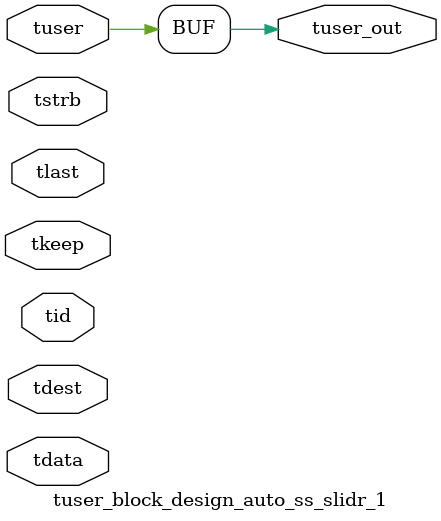
<source format=v>


`timescale 1ps/1ps

module tuser_block_design_auto_ss_slidr_1 #
(
parameter C_S_AXIS_TUSER_WIDTH = 1,
parameter C_S_AXIS_TDATA_WIDTH = 32,
parameter C_S_AXIS_TID_WIDTH   = 0,
parameter C_S_AXIS_TDEST_WIDTH = 0,
parameter C_M_AXIS_TUSER_WIDTH = 1
)
(
input  [(C_S_AXIS_TUSER_WIDTH == 0 ? 1 : C_S_AXIS_TUSER_WIDTH)-1:0     ] tuser,
input  [(C_S_AXIS_TDATA_WIDTH == 0 ? 1 : C_S_AXIS_TDATA_WIDTH)-1:0     ] tdata,
input  [(C_S_AXIS_TID_WIDTH   == 0 ? 1 : C_S_AXIS_TID_WIDTH)-1:0       ] tid,
input  [(C_S_AXIS_TDEST_WIDTH == 0 ? 1 : C_S_AXIS_TDEST_WIDTH)-1:0     ] tdest,
input  [(C_S_AXIS_TDATA_WIDTH/8)-1:0 ] tkeep,
input  [(C_S_AXIS_TDATA_WIDTH/8)-1:0 ] tstrb,
input                                                                    tlast,
output [C_M_AXIS_TUSER_WIDTH-1:0] tuser_out
);

assign tuser_out = {tuser[3:0]};

endmodule


</source>
